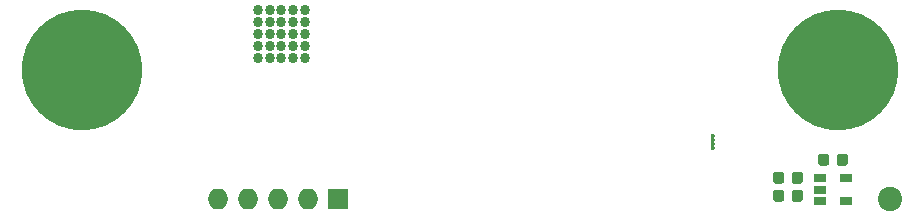
<source format=gbs>
G04 #@! TF.GenerationSoftware,KiCad,Pcbnew,5.0.0-rc3-unknown-3df2743~65~ubuntu18.04.1*
G04 #@! TF.CreationDate,2018-07-04T11:38:03+02:00*
G04 #@! TF.ProjectId,ESP32-li-ion-cell-monitor,45535033322D6C692D696F6E2D63656C,1.0*
G04 #@! TF.SameCoordinates,Original*
G04 #@! TF.FileFunction,Soldermask,Bot*
G04 #@! TF.FilePolarity,Negative*
%FSLAX46Y46*%
G04 Gerber Fmt 4.6, Leading zero omitted, Abs format (unit mm)*
G04 Created by KiCad (PCBNEW 5.0.0-rc3-unknown-3df2743~65~ubuntu18.04.1) date Wed Jul  4 11:38:03 2018*
%MOMM*%
%LPD*%
G01*
G04 APERTURE LIST*
%ADD10C,0.360000*%
%ADD11O,1.760000X1.760000*%
%ADD12R,1.760000X1.760000*%
%ADD13C,0.860000*%
%ADD14C,2.060000*%
%ADD15C,0.100000*%
%ADD16C,0.935000*%
%ADD17R,1.120000X0.710000*%
%ADD18C,10.220000*%
G04 APERTURE END LIST*
D10*
G04 #@! TO.C,U1*
X215392000Y-70604000D03*
X215392000Y-70279000D03*
X215392000Y-69929000D03*
X215392000Y-69604000D03*
G04 #@! TD*
D11*
G04 #@! TO.C,J3*
X173482000Y-74930000D03*
X176022000Y-74930000D03*
X178562000Y-74930000D03*
X181102000Y-74930000D03*
D12*
X183642000Y-74930000D03*
G04 #@! TD*
D13*
G04 #@! TO.C,U2*
X176856000Y-58990000D03*
X176856000Y-59990000D03*
X176856000Y-60990000D03*
X176856000Y-61990000D03*
X176856000Y-62990000D03*
X177856000Y-62990000D03*
X177856000Y-61990000D03*
X177856000Y-60990000D03*
X177856000Y-59990000D03*
X177856000Y-58990000D03*
X179856000Y-58990000D03*
X179856000Y-59990000D03*
X179856000Y-60990000D03*
X179856000Y-61990000D03*
X179856000Y-62990000D03*
X178856000Y-62990000D03*
X178856000Y-61990000D03*
X178856000Y-60990000D03*
X178856000Y-59990000D03*
X178856000Y-58990000D03*
X180856000Y-62990000D03*
X180856000Y-61990000D03*
X180856000Y-60990000D03*
X180856000Y-59990000D03*
X180856000Y-58990000D03*
G04 #@! TD*
D14*
G04 #@! TO.C,TP8*
X230378000Y-74930000D03*
G04 #@! TD*
D15*
G04 #@! TO.C,R10*
G36*
X222786162Y-74172126D02*
X222808852Y-74175491D01*
X222831104Y-74181065D01*
X222852702Y-74188793D01*
X222873439Y-74198601D01*
X222893115Y-74210394D01*
X222911539Y-74224059D01*
X222928536Y-74239464D01*
X222943941Y-74256461D01*
X222957606Y-74274885D01*
X222969399Y-74294561D01*
X222979207Y-74315298D01*
X222986935Y-74336896D01*
X222992509Y-74359148D01*
X222995874Y-74381838D01*
X222997000Y-74404750D01*
X222997000Y-74947250D01*
X222995874Y-74970162D01*
X222992509Y-74992852D01*
X222986935Y-75015104D01*
X222979207Y-75036702D01*
X222969399Y-75057439D01*
X222957606Y-75077115D01*
X222943941Y-75095539D01*
X222928536Y-75112536D01*
X222911539Y-75127941D01*
X222893115Y-75141606D01*
X222873439Y-75153399D01*
X222852702Y-75163207D01*
X222831104Y-75170935D01*
X222808852Y-75176509D01*
X222786162Y-75179874D01*
X222763250Y-75181000D01*
X222295750Y-75181000D01*
X222272838Y-75179874D01*
X222250148Y-75176509D01*
X222227896Y-75170935D01*
X222206298Y-75163207D01*
X222185561Y-75153399D01*
X222165885Y-75141606D01*
X222147461Y-75127941D01*
X222130464Y-75112536D01*
X222115059Y-75095539D01*
X222101394Y-75077115D01*
X222089601Y-75057439D01*
X222079793Y-75036702D01*
X222072065Y-75015104D01*
X222066491Y-74992852D01*
X222063126Y-74970162D01*
X222062000Y-74947250D01*
X222062000Y-74404750D01*
X222063126Y-74381838D01*
X222066491Y-74359148D01*
X222072065Y-74336896D01*
X222079793Y-74315298D01*
X222089601Y-74294561D01*
X222101394Y-74274885D01*
X222115059Y-74256461D01*
X222130464Y-74239464D01*
X222147461Y-74224059D01*
X222165885Y-74210394D01*
X222185561Y-74198601D01*
X222206298Y-74188793D01*
X222227896Y-74181065D01*
X222250148Y-74175491D01*
X222272838Y-74172126D01*
X222295750Y-74171000D01*
X222763250Y-74171000D01*
X222786162Y-74172126D01*
X222786162Y-74172126D01*
G37*
D16*
X222529500Y-74676000D03*
D15*
G36*
X221211162Y-74172126D02*
X221233852Y-74175491D01*
X221256104Y-74181065D01*
X221277702Y-74188793D01*
X221298439Y-74198601D01*
X221318115Y-74210394D01*
X221336539Y-74224059D01*
X221353536Y-74239464D01*
X221368941Y-74256461D01*
X221382606Y-74274885D01*
X221394399Y-74294561D01*
X221404207Y-74315298D01*
X221411935Y-74336896D01*
X221417509Y-74359148D01*
X221420874Y-74381838D01*
X221422000Y-74404750D01*
X221422000Y-74947250D01*
X221420874Y-74970162D01*
X221417509Y-74992852D01*
X221411935Y-75015104D01*
X221404207Y-75036702D01*
X221394399Y-75057439D01*
X221382606Y-75077115D01*
X221368941Y-75095539D01*
X221353536Y-75112536D01*
X221336539Y-75127941D01*
X221318115Y-75141606D01*
X221298439Y-75153399D01*
X221277702Y-75163207D01*
X221256104Y-75170935D01*
X221233852Y-75176509D01*
X221211162Y-75179874D01*
X221188250Y-75181000D01*
X220720750Y-75181000D01*
X220697838Y-75179874D01*
X220675148Y-75176509D01*
X220652896Y-75170935D01*
X220631298Y-75163207D01*
X220610561Y-75153399D01*
X220590885Y-75141606D01*
X220572461Y-75127941D01*
X220555464Y-75112536D01*
X220540059Y-75095539D01*
X220526394Y-75077115D01*
X220514601Y-75057439D01*
X220504793Y-75036702D01*
X220497065Y-75015104D01*
X220491491Y-74992852D01*
X220488126Y-74970162D01*
X220487000Y-74947250D01*
X220487000Y-74404750D01*
X220488126Y-74381838D01*
X220491491Y-74359148D01*
X220497065Y-74336896D01*
X220504793Y-74315298D01*
X220514601Y-74294561D01*
X220526394Y-74274885D01*
X220540059Y-74256461D01*
X220555464Y-74239464D01*
X220572461Y-74224059D01*
X220590885Y-74210394D01*
X220610561Y-74198601D01*
X220631298Y-74188793D01*
X220652896Y-74181065D01*
X220675148Y-74175491D01*
X220697838Y-74172126D01*
X220720750Y-74171000D01*
X221188250Y-74171000D01*
X221211162Y-74172126D01*
X221211162Y-74172126D01*
G37*
D16*
X220954500Y-74676000D03*
G04 #@! TD*
D17*
G04 #@! TO.C,U5*
X224452000Y-75118000D03*
X224452000Y-74168000D03*
X224452000Y-73218000D03*
X226652000Y-73218000D03*
X226652000Y-75118000D03*
G04 #@! TD*
D15*
G04 #@! TO.C,C9*
G36*
X225021162Y-71124126D02*
X225043852Y-71127491D01*
X225066104Y-71133065D01*
X225087702Y-71140793D01*
X225108439Y-71150601D01*
X225128115Y-71162394D01*
X225146539Y-71176059D01*
X225163536Y-71191464D01*
X225178941Y-71208461D01*
X225192606Y-71226885D01*
X225204399Y-71246561D01*
X225214207Y-71267298D01*
X225221935Y-71288896D01*
X225227509Y-71311148D01*
X225230874Y-71333838D01*
X225232000Y-71356750D01*
X225232000Y-71899250D01*
X225230874Y-71922162D01*
X225227509Y-71944852D01*
X225221935Y-71967104D01*
X225214207Y-71988702D01*
X225204399Y-72009439D01*
X225192606Y-72029115D01*
X225178941Y-72047539D01*
X225163536Y-72064536D01*
X225146539Y-72079941D01*
X225128115Y-72093606D01*
X225108439Y-72105399D01*
X225087702Y-72115207D01*
X225066104Y-72122935D01*
X225043852Y-72128509D01*
X225021162Y-72131874D01*
X224998250Y-72133000D01*
X224530750Y-72133000D01*
X224507838Y-72131874D01*
X224485148Y-72128509D01*
X224462896Y-72122935D01*
X224441298Y-72115207D01*
X224420561Y-72105399D01*
X224400885Y-72093606D01*
X224382461Y-72079941D01*
X224365464Y-72064536D01*
X224350059Y-72047539D01*
X224336394Y-72029115D01*
X224324601Y-72009439D01*
X224314793Y-71988702D01*
X224307065Y-71967104D01*
X224301491Y-71944852D01*
X224298126Y-71922162D01*
X224297000Y-71899250D01*
X224297000Y-71356750D01*
X224298126Y-71333838D01*
X224301491Y-71311148D01*
X224307065Y-71288896D01*
X224314793Y-71267298D01*
X224324601Y-71246561D01*
X224336394Y-71226885D01*
X224350059Y-71208461D01*
X224365464Y-71191464D01*
X224382461Y-71176059D01*
X224400885Y-71162394D01*
X224420561Y-71150601D01*
X224441298Y-71140793D01*
X224462896Y-71133065D01*
X224485148Y-71127491D01*
X224507838Y-71124126D01*
X224530750Y-71123000D01*
X224998250Y-71123000D01*
X225021162Y-71124126D01*
X225021162Y-71124126D01*
G37*
D16*
X224764500Y-71628000D03*
D15*
G36*
X226596162Y-71124126D02*
X226618852Y-71127491D01*
X226641104Y-71133065D01*
X226662702Y-71140793D01*
X226683439Y-71150601D01*
X226703115Y-71162394D01*
X226721539Y-71176059D01*
X226738536Y-71191464D01*
X226753941Y-71208461D01*
X226767606Y-71226885D01*
X226779399Y-71246561D01*
X226789207Y-71267298D01*
X226796935Y-71288896D01*
X226802509Y-71311148D01*
X226805874Y-71333838D01*
X226807000Y-71356750D01*
X226807000Y-71899250D01*
X226805874Y-71922162D01*
X226802509Y-71944852D01*
X226796935Y-71967104D01*
X226789207Y-71988702D01*
X226779399Y-72009439D01*
X226767606Y-72029115D01*
X226753941Y-72047539D01*
X226738536Y-72064536D01*
X226721539Y-72079941D01*
X226703115Y-72093606D01*
X226683439Y-72105399D01*
X226662702Y-72115207D01*
X226641104Y-72122935D01*
X226618852Y-72128509D01*
X226596162Y-72131874D01*
X226573250Y-72133000D01*
X226105750Y-72133000D01*
X226082838Y-72131874D01*
X226060148Y-72128509D01*
X226037896Y-72122935D01*
X226016298Y-72115207D01*
X225995561Y-72105399D01*
X225975885Y-72093606D01*
X225957461Y-72079941D01*
X225940464Y-72064536D01*
X225925059Y-72047539D01*
X225911394Y-72029115D01*
X225899601Y-72009439D01*
X225889793Y-71988702D01*
X225882065Y-71967104D01*
X225876491Y-71944852D01*
X225873126Y-71922162D01*
X225872000Y-71899250D01*
X225872000Y-71356750D01*
X225873126Y-71333838D01*
X225876491Y-71311148D01*
X225882065Y-71288896D01*
X225889793Y-71267298D01*
X225899601Y-71246561D01*
X225911394Y-71226885D01*
X225925059Y-71208461D01*
X225940464Y-71191464D01*
X225957461Y-71176059D01*
X225975885Y-71162394D01*
X225995561Y-71150601D01*
X226016298Y-71140793D01*
X226037896Y-71133065D01*
X226060148Y-71127491D01*
X226082838Y-71124126D01*
X226105750Y-71123000D01*
X226573250Y-71123000D01*
X226596162Y-71124126D01*
X226596162Y-71124126D01*
G37*
D16*
X226339500Y-71628000D03*
G04 #@! TD*
D18*
G04 #@! TO.C,J1*
X226000000Y-64000000D03*
G04 #@! TD*
G04 #@! TO.C,J2*
X162000000Y-64000000D03*
G04 #@! TD*
D15*
G04 #@! TO.C,R12*
G36*
X222786162Y-72648126D02*
X222808852Y-72651491D01*
X222831104Y-72657065D01*
X222852702Y-72664793D01*
X222873439Y-72674601D01*
X222893115Y-72686394D01*
X222911539Y-72700059D01*
X222928536Y-72715464D01*
X222943941Y-72732461D01*
X222957606Y-72750885D01*
X222969399Y-72770561D01*
X222979207Y-72791298D01*
X222986935Y-72812896D01*
X222992509Y-72835148D01*
X222995874Y-72857838D01*
X222997000Y-72880750D01*
X222997000Y-73423250D01*
X222995874Y-73446162D01*
X222992509Y-73468852D01*
X222986935Y-73491104D01*
X222979207Y-73512702D01*
X222969399Y-73533439D01*
X222957606Y-73553115D01*
X222943941Y-73571539D01*
X222928536Y-73588536D01*
X222911539Y-73603941D01*
X222893115Y-73617606D01*
X222873439Y-73629399D01*
X222852702Y-73639207D01*
X222831104Y-73646935D01*
X222808852Y-73652509D01*
X222786162Y-73655874D01*
X222763250Y-73657000D01*
X222295750Y-73657000D01*
X222272838Y-73655874D01*
X222250148Y-73652509D01*
X222227896Y-73646935D01*
X222206298Y-73639207D01*
X222185561Y-73629399D01*
X222165885Y-73617606D01*
X222147461Y-73603941D01*
X222130464Y-73588536D01*
X222115059Y-73571539D01*
X222101394Y-73553115D01*
X222089601Y-73533439D01*
X222079793Y-73512702D01*
X222072065Y-73491104D01*
X222066491Y-73468852D01*
X222063126Y-73446162D01*
X222062000Y-73423250D01*
X222062000Y-72880750D01*
X222063126Y-72857838D01*
X222066491Y-72835148D01*
X222072065Y-72812896D01*
X222079793Y-72791298D01*
X222089601Y-72770561D01*
X222101394Y-72750885D01*
X222115059Y-72732461D01*
X222130464Y-72715464D01*
X222147461Y-72700059D01*
X222165885Y-72686394D01*
X222185561Y-72674601D01*
X222206298Y-72664793D01*
X222227896Y-72657065D01*
X222250148Y-72651491D01*
X222272838Y-72648126D01*
X222295750Y-72647000D01*
X222763250Y-72647000D01*
X222786162Y-72648126D01*
X222786162Y-72648126D01*
G37*
D16*
X222529500Y-73152000D03*
D15*
G36*
X221211162Y-72648126D02*
X221233852Y-72651491D01*
X221256104Y-72657065D01*
X221277702Y-72664793D01*
X221298439Y-72674601D01*
X221318115Y-72686394D01*
X221336539Y-72700059D01*
X221353536Y-72715464D01*
X221368941Y-72732461D01*
X221382606Y-72750885D01*
X221394399Y-72770561D01*
X221404207Y-72791298D01*
X221411935Y-72812896D01*
X221417509Y-72835148D01*
X221420874Y-72857838D01*
X221422000Y-72880750D01*
X221422000Y-73423250D01*
X221420874Y-73446162D01*
X221417509Y-73468852D01*
X221411935Y-73491104D01*
X221404207Y-73512702D01*
X221394399Y-73533439D01*
X221382606Y-73553115D01*
X221368941Y-73571539D01*
X221353536Y-73588536D01*
X221336539Y-73603941D01*
X221318115Y-73617606D01*
X221298439Y-73629399D01*
X221277702Y-73639207D01*
X221256104Y-73646935D01*
X221233852Y-73652509D01*
X221211162Y-73655874D01*
X221188250Y-73657000D01*
X220720750Y-73657000D01*
X220697838Y-73655874D01*
X220675148Y-73652509D01*
X220652896Y-73646935D01*
X220631298Y-73639207D01*
X220610561Y-73629399D01*
X220590885Y-73617606D01*
X220572461Y-73603941D01*
X220555464Y-73588536D01*
X220540059Y-73571539D01*
X220526394Y-73553115D01*
X220514601Y-73533439D01*
X220504793Y-73512702D01*
X220497065Y-73491104D01*
X220491491Y-73468852D01*
X220488126Y-73446162D01*
X220487000Y-73423250D01*
X220487000Y-72880750D01*
X220488126Y-72857838D01*
X220491491Y-72835148D01*
X220497065Y-72812896D01*
X220504793Y-72791298D01*
X220514601Y-72770561D01*
X220526394Y-72750885D01*
X220540059Y-72732461D01*
X220555464Y-72715464D01*
X220572461Y-72700059D01*
X220590885Y-72686394D01*
X220610561Y-72674601D01*
X220631298Y-72664793D01*
X220652896Y-72657065D01*
X220675148Y-72651491D01*
X220697838Y-72648126D01*
X220720750Y-72647000D01*
X221188250Y-72647000D01*
X221211162Y-72648126D01*
X221211162Y-72648126D01*
G37*
D16*
X220954500Y-73152000D03*
G04 #@! TD*
M02*

</source>
